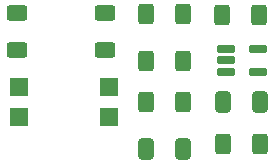
<source format=gbr>
%TF.GenerationSoftware,KiCad,Pcbnew,8.0.7*%
%TF.CreationDate,2025-02-03T10:28:06+01:00*%
%TF.ProjectId,pwmTo_0-5V,70776d54-6f5f-4302-9d35-562e6b696361,rev?*%
%TF.SameCoordinates,Original*%
%TF.FileFunction,Paste,Top*%
%TF.FilePolarity,Positive*%
%FSLAX46Y46*%
G04 Gerber Fmt 4.6, Leading zero omitted, Abs format (unit mm)*
G04 Created by KiCad (PCBNEW 8.0.7) date 2025-02-03 10:28:06*
%MOMM*%
%LPD*%
G01*
G04 APERTURE LIST*
G04 Aperture macros list*
%AMRoundRect*
0 Rectangle with rounded corners*
0 $1 Rounding radius*
0 $2 $3 $4 $5 $6 $7 $8 $9 X,Y pos of 4 corners*
0 Add a 4 corners polygon primitive as box body*
4,1,4,$2,$3,$4,$5,$6,$7,$8,$9,$2,$3,0*
0 Add four circle primitives for the rounded corners*
1,1,$1+$1,$2,$3*
1,1,$1+$1,$4,$5*
1,1,$1+$1,$6,$7*
1,1,$1+$1,$8,$9*
0 Add four rect primitives between the rounded corners*
20,1,$1+$1,$2,$3,$4,$5,0*
20,1,$1+$1,$4,$5,$6,$7,0*
20,1,$1+$1,$6,$7,$8,$9,0*
20,1,$1+$1,$8,$9,$2,$3,0*%
G04 Aperture macros list end*
%ADD10RoundRect,0.250000X-0.400000X-0.625000X0.400000X-0.625000X0.400000X0.625000X-0.400000X0.625000X0*%
%ADD11RoundRect,0.250000X-0.625000X0.400000X-0.625000X-0.400000X0.625000X-0.400000X0.625000X0.400000X0*%
%ADD12RoundRect,0.250000X-0.412500X-0.650000X0.412500X-0.650000X0.412500X0.650000X-0.412500X0.650000X0*%
%ADD13RoundRect,0.162500X-0.617500X-0.162500X0.617500X-0.162500X0.617500X0.162500X-0.617500X0.162500X0*%
%ADD14R,1.600000X1.600000*%
G04 APERTURE END LIST*
D10*
%TO.C,R7*%
X101525000Y-67800000D03*
X104625000Y-67800000D03*
%TD*%
%TO.C,R3*%
X101525000Y-63800000D03*
X104625000Y-63800000D03*
%TD*%
%TO.C,R5*%
X108025000Y-74800000D03*
X111125000Y-74800000D03*
%TD*%
%TO.C,R2*%
X107949000Y-63892000D03*
X111049000Y-63892000D03*
%TD*%
D11*
%TO.C,R1*%
X90575000Y-63750000D03*
X90575000Y-66850000D03*
%TD*%
D12*
%TO.C,C2*%
X108012500Y-71300000D03*
X111137500Y-71300000D03*
%TD*%
D13*
%TO.C,U2*%
X108323000Y-66818000D03*
X108323000Y-67768000D03*
X108323000Y-68718000D03*
X111023000Y-68718000D03*
X111023000Y-66818000D03*
%TD*%
D10*
%TO.C,R6*%
X101525000Y-71300000D03*
X104625000Y-71300000D03*
%TD*%
D14*
%TO.C,U1*%
X90765000Y-70030000D03*
X90765000Y-72570000D03*
X98385000Y-72570000D03*
X98385000Y-70030000D03*
%TD*%
D12*
%TO.C,C1*%
X101512500Y-75300000D03*
X104637500Y-75300000D03*
%TD*%
D11*
%TO.C,R4*%
X98075000Y-63750000D03*
X98075000Y-66850000D03*
%TD*%
M02*

</source>
